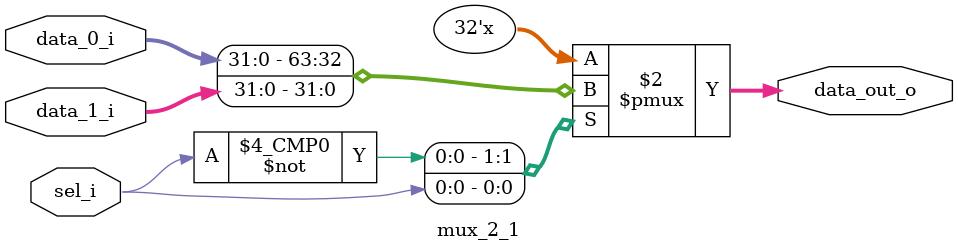
<source format=sv>
module mux_2_1 (
  input logic [31:0] data_1_i    ,
  input logic [31:0] data_0_i    ,
  input logic        sel_i       ,
  output logic [31:0] data_out_o		
  );
  
  always_comb begin
    case (sel_i)
      1'b0 : data_out_o = data_0_i;
      1'b1 : data_out_o = data_1_i;
      default: data_out_o = 32'b0;
    endcase
  end
endmodule 

</source>
